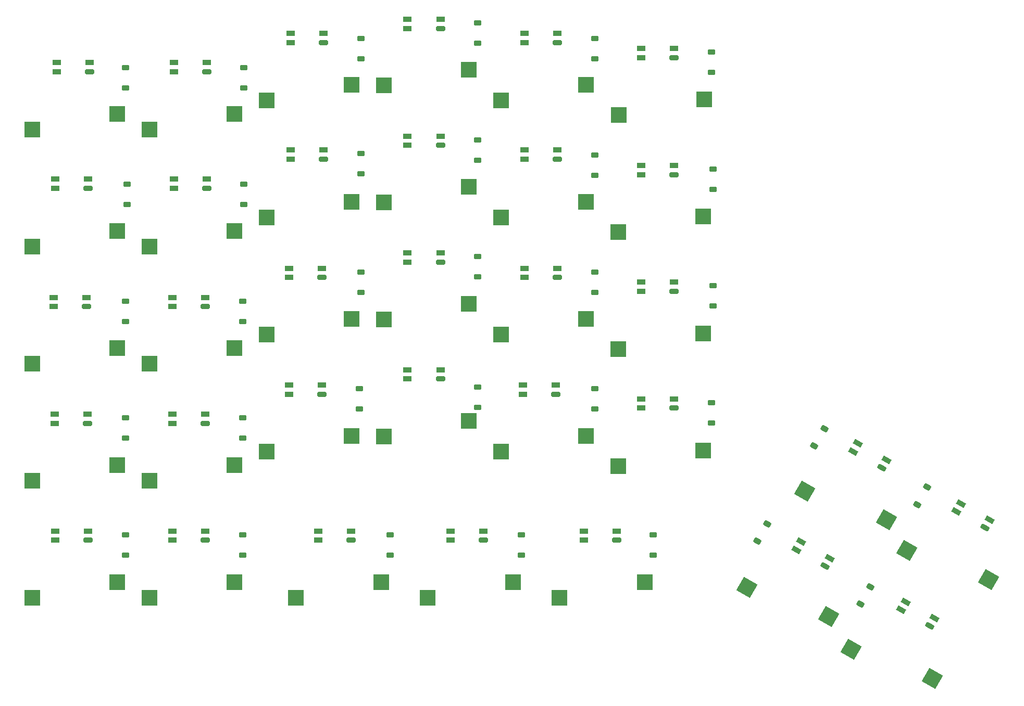
<source format=gbr>
%TF.GenerationSoftware,KiCad,Pcbnew,9.0.0*%
%TF.CreationDate,2025-07-27T21:57:38+02:00*%
%TF.ProjectId,keyboard,6b657962-6f61-4726-942e-6b696361645f,rev?*%
%TF.SameCoordinates,Original*%
%TF.FileFunction,Paste,Bot*%
%TF.FilePolarity,Positive*%
%FSLAX46Y46*%
G04 Gerber Fmt 4.6, Leading zero omitted, Abs format (unit mm)*
G04 Created by KiCad (PCBNEW 9.0.0) date 2025-07-27 21:57:38*
%MOMM*%
%LPD*%
G01*
G04 APERTURE LIST*
G04 Aperture macros list*
%AMRoundRect*
0 Rectangle with rounded corners*
0 $1 Rounding radius*
0 $2 $3 $4 $5 $6 $7 $8 $9 X,Y pos of 4 corners*
0 Add a 4 corners polygon primitive as box body*
4,1,4,$2,$3,$4,$5,$6,$7,$8,$9,$2,$3,0*
0 Add four circle primitives for the rounded corners*
1,1,$1+$1,$2,$3*
1,1,$1+$1,$4,$5*
1,1,$1+$1,$6,$7*
1,1,$1+$1,$8,$9*
0 Add four rect primitives between the rounded corners*
20,1,$1+$1,$2,$3,$4,$5,0*
20,1,$1+$1,$4,$5,$6,$7,0*
20,1,$1+$1,$6,$7,$8,$9,0*
20,1,$1+$1,$8,$9,$2,$3,0*%
%AMRotRect*
0 Rectangle, with rotation*
0 The origin of the aperture is its center*
0 $1 length*
0 $2 width*
0 $3 Rotation angle, in degrees counterclockwise*
0 Add horizontal line*
21,1,$1,$2,0,0,$3*%
G04 Aperture macros list end*
%ADD10RoundRect,0.225000X-0.375000X0.225000X-0.375000X-0.225000X0.375000X-0.225000X0.375000X0.225000X0*%
%ADD11RoundRect,0.225000X-0.212260X0.382356X-0.437260X-0.007356X0.212260X-0.382356X0.437260X0.007356X0*%
%ADD12R,1.450000X0.820000*%
%ADD13RoundRect,0.205000X-0.520000X-0.205000X0.520000X-0.205000X0.520000X0.205000X-0.520000X0.205000X0*%
%ADD14RotRect,1.450000X0.820000X330.000000*%
%ADD15RoundRect,0.205000X-0.552833X0.082465X0.347833X-0.437535X0.552833X-0.082465X-0.347833X0.437535X0*%
%ADD16RoundRect,0.205000X0.520000X0.205000X-0.520000X0.205000X-0.520000X-0.205000X0.520000X-0.205000X0*%
%ADD17R,2.550000X2.500000*%
%ADD18RotRect,2.550000X2.500000X150.000000*%
G04 APERTURE END LIST*
D10*
%TO.C,D_6*%
X257750000Y-165850000D03*
X257750000Y-169150000D03*
%TD*%
%TO.C,D_7*%
X238750000Y-168100000D03*
X238750000Y-171400000D03*
%TD*%
%TO.C,D_8*%
X276750000Y-168350000D03*
X276750000Y-171650000D03*
%TD*%
%TO.C,D_10*%
X200750000Y-173100000D03*
X200750000Y-176400000D03*
%TD*%
%TO.C,D_11*%
X219750000Y-173100000D03*
X219750000Y-176400000D03*
%TD*%
%TO.C,D_17*%
X219500000Y-192100000D03*
X219500000Y-195400000D03*
%TD*%
%TO.C,D_0*%
X257750000Y-146850000D03*
X257750000Y-150150000D03*
%TD*%
%TO.C,D_1*%
X238750000Y-149350000D03*
X238750000Y-152650000D03*
%TD*%
%TO.C,D_2*%
X276750000Y-149350000D03*
X276750000Y-152650000D03*
%TD*%
%TO.C,D_3*%
X295750000Y-151600000D03*
X295750000Y-154900000D03*
%TD*%
%TO.C,D_4*%
X200500000Y-154100000D03*
X200500000Y-157400000D03*
%TD*%
%TO.C,D_5*%
X219750000Y-154100000D03*
X219750000Y-157400000D03*
%TD*%
%TO.C,D_9*%
X296000000Y-170600000D03*
X296000000Y-173900000D03*
%TD*%
%TO.C,D_12*%
X257750000Y-184850000D03*
X257750000Y-188150000D03*
%TD*%
%TO.C,D_13*%
X238750000Y-187350000D03*
X238750000Y-190650000D03*
%TD*%
%TO.C,D_15*%
X296000000Y-189600000D03*
X296000000Y-192900000D03*
%TD*%
%TO.C,D_16*%
X200500000Y-192100000D03*
X200500000Y-195400000D03*
%TD*%
%TO.C,D_18*%
X257750000Y-206100000D03*
X257750000Y-209400000D03*
%TD*%
%TO.C,D_19*%
X238500000Y-206350000D03*
X238500000Y-209650000D03*
%TD*%
%TO.C,D_20*%
X276750000Y-206350000D03*
X276750000Y-209650000D03*
%TD*%
%TO.C,D_21*%
X295750000Y-208600000D03*
X295750000Y-211900000D03*
%TD*%
%TO.C,D_22*%
X200500000Y-211100000D03*
X200500000Y-214400000D03*
%TD*%
%TO.C,D_23*%
X219500000Y-211100000D03*
X219500000Y-214400000D03*
%TD*%
%TO.C,D_24*%
X200500000Y-230100000D03*
X200500000Y-233400000D03*
%TD*%
%TO.C,D_25*%
X219500000Y-230100000D03*
X219500000Y-233400000D03*
%TD*%
%TO.C,D_26*%
X243500000Y-230100000D03*
X243500000Y-233400000D03*
%TD*%
%TO.C,D_27*%
X264862500Y-230100000D03*
X264862500Y-233400000D03*
%TD*%
%TO.C,D_28*%
X286250000Y-230100000D03*
X286250000Y-233400000D03*
%TD*%
D11*
%TO.C,D_29*%
X314075000Y-212821058D03*
X312425000Y-215678942D03*
%TD*%
%TO.C,D_30*%
X330825000Y-222321058D03*
X329175000Y-225178942D03*
%TD*%
%TO.C,D_31*%
X304825000Y-228321058D03*
X303175000Y-231178942D03*
%TD*%
D10*
%TO.C,D_14*%
X276750000Y-187350000D03*
X276750000Y-190650000D03*
%TD*%
D11*
%TO.C,D_32*%
X321575000Y-238571058D03*
X319925000Y-241428942D03*
%TD*%
D12*
%TO.C,D22*%
X246325000Y-203250000D03*
X246325000Y-204750000D03*
D13*
X251675000Y-204750000D03*
D12*
X251675000Y-203250000D03*
%TD*%
%TO.C,D23*%
X265075000Y-205750000D03*
X265075000Y-207250000D03*
D13*
X270425000Y-207250000D03*
D12*
X270425000Y-205750000D03*
%TD*%
D14*
%TO.C,D25*%
X319558382Y-215262981D03*
X318808382Y-216562019D03*
D15*
X323441618Y-219237019D03*
D14*
X324191618Y-217937981D03*
%TD*%
D12*
%TO.C,D2*%
X265325000Y-148500000D03*
X265325000Y-150000000D03*
D13*
X270675000Y-150000000D03*
D12*
X270675000Y-148500000D03*
%TD*%
D14*
%TO.C,D27*%
X327308382Y-241012981D03*
X326558382Y-242312019D03*
D15*
X331191618Y-244987019D03*
D14*
X331941618Y-243687981D03*
%TD*%
D12*
%TO.C,D33*%
X189075000Y-229500000D03*
X189075000Y-231000000D03*
D13*
X194425000Y-231000000D03*
D12*
X194425000Y-229500000D03*
%TD*%
D14*
%TO.C,D28*%
X310308382Y-231262981D03*
X309558382Y-232562019D03*
D15*
X314191618Y-235237019D03*
D14*
X314941618Y-233937981D03*
%TD*%
D12*
%TO.C,D32*%
X208075000Y-229500000D03*
X208075000Y-231000000D03*
D13*
X213425000Y-231000000D03*
D12*
X213425000Y-229500000D03*
%TD*%
%TO.C,D31*%
X231825000Y-229500000D03*
X231825000Y-231000000D03*
D13*
X237175000Y-231000000D03*
D12*
X237175000Y-229500000D03*
%TD*%
%TO.C,D3*%
X246325000Y-146250000D03*
X246325000Y-147750000D03*
D13*
X251675000Y-147750000D03*
D12*
X251675000Y-146250000D03*
%TD*%
%TO.C,D12*%
X284325000Y-170000000D03*
X284325000Y-171500000D03*
D13*
X289675000Y-171500000D03*
D12*
X289675000Y-170000000D03*
%TD*%
%TO.C,D15*%
X246325000Y-184250000D03*
X246325000Y-185750000D03*
D13*
X251675000Y-185750000D03*
D12*
X251675000Y-184250000D03*
%TD*%
%TO.C,D1*%
X284325000Y-151000000D03*
X284325000Y-152500000D03*
D16*
X289675000Y-152500000D03*
D12*
X289675000Y-151000000D03*
%TD*%
%TO.C,D16*%
X227075000Y-186750000D03*
X227075000Y-188250000D03*
D13*
X232425000Y-188250000D03*
D12*
X232425000Y-186750000D03*
%TD*%
%TO.C,D18*%
X188825000Y-191500000D03*
X188825000Y-193000000D03*
D13*
X194175000Y-193000000D03*
D12*
X194175000Y-191500000D03*
%TD*%
%TO.C,D29*%
X275000000Y-229500000D03*
X275000000Y-231000000D03*
D13*
X280350000Y-231000000D03*
D12*
X280350000Y-229500000D03*
%TD*%
%TO.C,D13*%
X284325000Y-189000000D03*
X284325000Y-190500000D03*
D13*
X289675000Y-190500000D03*
D12*
X289675000Y-189000000D03*
%TD*%
%TO.C,D6*%
X189325000Y-153250000D03*
X189325000Y-154750000D03*
D13*
X194675000Y-154750000D03*
D12*
X194675000Y-153250000D03*
%TD*%
%TO.C,D21*%
X227075000Y-205750000D03*
X227075000Y-207250000D03*
D13*
X232425000Y-207250000D03*
D12*
X232425000Y-205750000D03*
%TD*%
%TO.C,D4*%
X227325000Y-148500000D03*
X227325000Y-150000000D03*
D13*
X232675000Y-150000000D03*
D12*
X232675000Y-148500000D03*
%TD*%
D14*
%TO.C,D26*%
X336308382Y-225012981D03*
X335558382Y-226312019D03*
D15*
X340191618Y-228987019D03*
D14*
X340941618Y-227687981D03*
%TD*%
D12*
%TO.C,D20*%
X208075000Y-210500000D03*
X208075000Y-212000000D03*
D13*
X213425000Y-212000000D03*
D12*
X213425000Y-210500000D03*
%TD*%
%TO.C,D17*%
X208075000Y-191500000D03*
X208075000Y-193000000D03*
D13*
X213425000Y-193000000D03*
D12*
X213425000Y-191500000D03*
%TD*%
%TO.C,D5*%
X208325000Y-153250000D03*
X208325000Y-154750000D03*
D13*
X213675000Y-154750000D03*
D12*
X213675000Y-153250000D03*
%TD*%
%TO.C,D11*%
X265325000Y-167500000D03*
X265325000Y-169000000D03*
D13*
X270675000Y-169000000D03*
D12*
X270675000Y-167500000D03*
%TD*%
%TO.C,D30*%
X253325000Y-229500000D03*
X253325000Y-231000000D03*
D13*
X258675000Y-231000000D03*
D12*
X258675000Y-229500000D03*
%TD*%
%TO.C,D8*%
X208325000Y-172250000D03*
X208325000Y-173750000D03*
D13*
X213675000Y-173750000D03*
D12*
X213675000Y-172250000D03*
%TD*%
%TO.C,D7*%
X189075000Y-172250000D03*
X189075000Y-173750000D03*
D13*
X194425000Y-173750000D03*
D12*
X194425000Y-172250000D03*
%TD*%
%TO.C,D10*%
X246325000Y-165250000D03*
X246325000Y-166750000D03*
D13*
X251675000Y-166750000D03*
D12*
X251675000Y-165250000D03*
%TD*%
%TO.C,D14*%
X265325000Y-186750000D03*
X265325000Y-188250000D03*
D13*
X270675000Y-188250000D03*
D12*
X270675000Y-186750000D03*
%TD*%
%TO.C,D9*%
X227325000Y-167500000D03*
X227325000Y-169000000D03*
D13*
X232675000Y-169000000D03*
D12*
X232675000Y-167500000D03*
%TD*%
%TO.C,D24*%
X284325000Y-208000000D03*
X284325000Y-209500000D03*
D13*
X289675000Y-209500000D03*
D12*
X289675000Y-208000000D03*
%TD*%
%TO.C,D19*%
X189000000Y-210500000D03*
X189000000Y-212000000D03*
D13*
X194350000Y-212000000D03*
D12*
X194350000Y-210500000D03*
%TD*%
D17*
%TO.C,K_0*%
X242475000Y-157017500D03*
X256325000Y-154477500D03*
%TD*%
%TO.C,K_1*%
X223425000Y-159398750D03*
X237275000Y-156858750D03*
%TD*%
%TO.C,K_2*%
X261525000Y-159398750D03*
X275375000Y-156858750D03*
%TD*%
%TO.C,K_3*%
X280685000Y-161780000D03*
X294535000Y-159240000D03*
%TD*%
%TO.C,K_4*%
X185325000Y-164161250D03*
X199175000Y-161621250D03*
%TD*%
%TO.C,K_5*%
X204375000Y-164161250D03*
X218225000Y-161621250D03*
%TD*%
%TO.C,K_6*%
X242475000Y-176067500D03*
X256325000Y-173527500D03*
%TD*%
%TO.C,K_7*%
X223425000Y-178448750D03*
X237275000Y-175908750D03*
%TD*%
%TO.C,K_8*%
X261525000Y-178448750D03*
X275375000Y-175908750D03*
%TD*%
%TO.C,K_9*%
X294425000Y-178290000D03*
X280575000Y-180830000D03*
%TD*%
%TO.C,K_10*%
X199175000Y-180671250D03*
X185325000Y-183211250D03*
%TD*%
%TO.C,K_11*%
X204375000Y-183211250D03*
X218225000Y-180671250D03*
%TD*%
%TO.C,K_12*%
X242475000Y-195117500D03*
X256325000Y-192577500D03*
%TD*%
%TO.C,K_13*%
X223425000Y-197498750D03*
X237275000Y-194958750D03*
%TD*%
%TO.C,K_14*%
X261525000Y-197498750D03*
X275375000Y-194958750D03*
%TD*%
%TO.C,K_15*%
X294425000Y-197340000D03*
X280575000Y-199880000D03*
%TD*%
%TO.C,K_16*%
X185325000Y-202261250D03*
X199175000Y-199721250D03*
%TD*%
%TO.C,K_17*%
X204375000Y-202261250D03*
X218225000Y-199721250D03*
%TD*%
%TO.C,K_18*%
X242475000Y-214167500D03*
X256325000Y-211627500D03*
%TD*%
%TO.C,K_19*%
X223425000Y-216548750D03*
X237275000Y-214008750D03*
%TD*%
%TO.C,K_20*%
X261525000Y-216548750D03*
X275375000Y-214008750D03*
%TD*%
%TO.C,K_21*%
X280575000Y-218930000D03*
X294425000Y-216390000D03*
%TD*%
%TO.C,K_22*%
X185325000Y-221311250D03*
X199175000Y-218771250D03*
%TD*%
%TO.C,K_23*%
X204375000Y-221311250D03*
X218225000Y-218771250D03*
%TD*%
%TO.C,K_24*%
X185325000Y-240361250D03*
X199175000Y-237821250D03*
%TD*%
%TO.C,K_25*%
X204375000Y-240361250D03*
X218225000Y-237821250D03*
%TD*%
%TO.C,K_26*%
X228187500Y-240361250D03*
X242037500Y-237821250D03*
%TD*%
%TO.C,K_27*%
X249600000Y-240361250D03*
X263450000Y-237821250D03*
%TD*%
%TO.C,K_28*%
X271050000Y-240361250D03*
X284900000Y-237821250D03*
%TD*%
D18*
%TO.C,K_29*%
X310917437Y-222981808D03*
X324181889Y-227707104D03*
%TD*%
%TO.C,K_30*%
X327518028Y-232659409D03*
X340782480Y-237384705D03*
%TD*%
%TO.C,K_31*%
X301518028Y-238659409D03*
X314782480Y-243384705D03*
%TD*%
%TO.C,K_32*%
X318403721Y-248739409D03*
X331668173Y-253464705D03*
%TD*%
M02*

</source>
